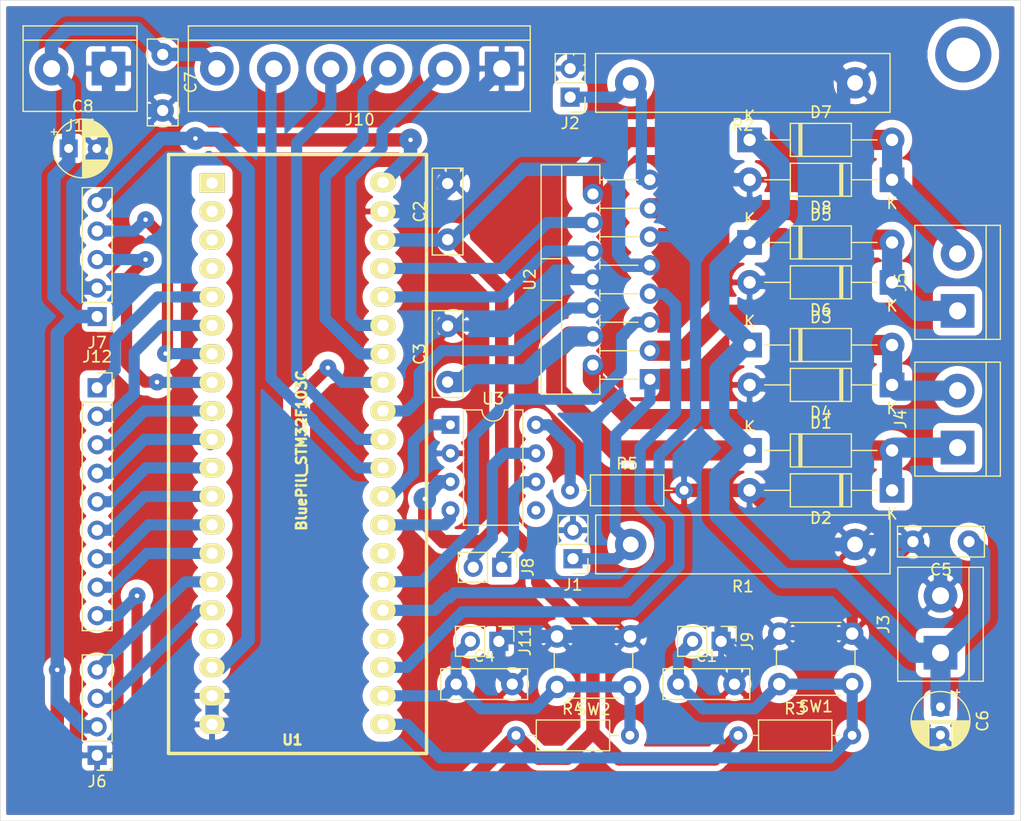
<source format=kicad_pcb>
(kicad_pcb (version 20171130) (host pcbnew 5.1.5)
  (layers (0 F.Cu signal) (31 B.Cu signal) (34 B.Paste user) (35 F.Paste user) (36 B.SilkS user) (37 F.SilkS user) (38 B.Mask user) (39 F.Mask user) (44 Edge.Cuts user))
  (net 0 "")
  (net 1 GND)
  (net 2 VCC)
  (net 3 +5V)
  (net 4 SENSE_A)
  (net 5 SENSE_B)
  (net 6 MOT2)
  (net 7 MOT1)
  (net 8 MOT4)
  (net 9 MOT3)
  (net 10 SCL)
  (net 11 SDA)
  (net 12 +3V3)
  (net 13 UARTTX)
  (net 14 UARTRX)
  (net 15 CANTX)
  (net 16 CANRX)
  (net 17 PWM1)
  (net 18 PWM2)
  (net 19 PWM3)
  (net 20 PWM4)
  (net 21 ENB)
  (net 22 ENA)
  (net 23 LS1)
  (net 24 LS2)
  (net 25 ENC1_D)
  (net 26 ENC1_Q)
  (net 27 ENC2_D)
  (net 28 ENC2_Q)
  (net 29 /PB5)
  (net 30 /PB1)
  (net 31 /PB0)
  (net 32 /PA7)
  (net 33 /PA6)
  (net 34 /PA5)
  (net 35 /PA4)
  (net 36 /PA1)
  (net 37 /PA0)
  (net 38 "Net-(R5-Pad1)")
  (net 39 /CANH)
  (net 40 /CANL)
  (module miPackage_TO_SOT_THT:TO-220-15_P2.54x2.54mm_StaggerOdd_Lead4.58mm_Vertical (layer F.Cu) (at 159.004 86.614 90)
    (fp_text reference U2 (at 8.89 -10.7 90) (layer F.SilkS))
    (fp_text value L298HN)
    (pad 15 thru_hole oval (at 17.78 0 90) (size 1.8 1.8) (drill 1) (layers *.Cu *.Mask) (net 5 SENSE_B))
    (pad 14 thru_hole oval (at 16.51 -5.08 90) (size 1.8 1.8) (drill 1) (layers *.Cu *.Mask) (net 8 MOT4))
    (pad 13 thru_hole oval (at 15.24 0 90) (size 1.8 1.8) (drill 1) (layers *.Cu *.Mask) (net 9 MOT3))
    (pad 12 thru_hole oval (at 13.97 -5.08 90) (size 1.8 1.8) (drill 1) (layers *.Cu *.Mask) (net 20 PWM4))
    (pad 11 thru_hole oval (at 12.7 0 90) (size 1.8 1.8) (drill 1) (layers *.Cu *.Mask) (net 21 ENB))
    (pad 10 thru_hole oval (at 11.43 -5.08 90) (size 1.8 1.8) (drill 1) (layers *.Cu *.Mask) (net 19 PWM3))
    (pad 9 thru_hole oval (at 10.16 0 90) (size 1.8 1.8) (drill 1) (layers *.Cu *.Mask) (net 3 +5V))
    (pad 8 thru_hole oval (at 8.89 -5.08 90) (size 1.8 1.8) (drill 1) (layers *.Cu *.Mask) (net 1 GND))
    (pad 7 thru_hole oval (at 7.62 0 90) (size 1.8 1.8) (drill 1) (layers *.Cu *.Mask) (net 18 PWM2))
    (pad 6 thru_hole oval (at 6.35 -5.08 90) (size 1.8 1.8) (drill 1) (layers *.Cu *.Mask) (net 22 ENA))
    (pad 5 thru_hole oval (at 5.08 0 90) (size 1.8 1.8) (drill 1) (layers *.Cu *.Mask) (net 17 PWM1))
    (pad 4 thru_hole oval (at 3.81 -5.08 90) (size 1.8 1.8) (drill 1) (layers *.Cu *.Mask) (net 2 VCC))
    (pad 3 thru_hole oval (at 2.54 0 90) (size 1.8 1.8) (drill 1) (layers *.Cu *.Mask) (net 6 MOT2))
    (pad 2 thru_hole oval (at 1.27 -5.08 90) (size 1.8 1.8) (drill 1) (layers *.Cu *.Mask) (net 7 MOT1))
    (pad 1 thru_hole rect (at 0 0 90) (size 1.8 1.8) (drill 1) (layers *.Cu *.Mask) (net 4 SENSE_A))
  )
  (module miTerminalBlock:TerminalBlock_bornier-6_P5.08mm (layer F.Cu) (at 145.796 58.928 180)
    (fp_text reference J10 (at 12.65 -4.55) (layer F.SilkS))
    (fp_text value ENCODERS)
    (pad 6 thru_hole circle (at 25.4 0 180) (size 3 3) (drill 1.52) (layers *.Cu *.Mask) (net 3 +5V))
    (pad 5 thru_hole circle (at 20.32 0 180) (size 3 3) (drill 1.52) (layers *.Cu *.Mask) (net 25 ENC1_D))
    (pad 4 thru_hole circle (at 15.24 0 180) (size 3 3) (drill 1.52) (layers *.Cu *.Mask) (net 26 ENC1_Q))
    (pad 1 thru_hole rect (at 0 0 180) (size 3 3) (drill 1.52) (layers *.Cu *.Mask) (net 1 GND))
    (pad 3 thru_hole circle (at 10.16 0 180) (size 3 3) (drill 1.52) (layers *.Cu *.Mask) (net 27 ENC2_D))
    (pad 2 thru_hole circle (at 5.08 0 180) (size 3 3) (drill 1.52) (layers *.Cu *.Mask) (net 28 ENC2_Q))
  )
  (module miTerminalBlock:TerminalBlock_bornier-2_P5.08mm (layer F.Cu) (at 110.744 58.928 180)
    (fp_text reference J13 (at 2.54 -5.08) (layer F.SilkS))
    (fp_text value DIGITAL_PWR)
    (pad 2 thru_hole circle (at 5.08 0 180) (size 3 3) (drill 1.52) (layers *.Cu *.Mask) (net 3 +5V))
    (pad 1 thru_hole rect (at 0 0 180) (size 3 3) (drill 1.52) (layers *.Cu *.Mask) (net 1 GND))
  )
  (module miTerminalBlock:TerminalBlock_bornier-2_P5.08mm (layer F.Cu) (at 186.436 80.518 90)
    (fp_text reference J5 (at 2.54 -5.08 90) (layer F.SilkS))
    (fp_text value MOTDC2)
    (pad 2 thru_hole circle (at 5.08 0 90) (size 3 3) (drill 1.52) (layers *.Cu *.Mask) (net 8 MOT4))
    (pad 1 thru_hole rect (at 0 0 90) (size 3 3) (drill 1.52) (layers *.Cu *.Mask) (net 9 MOT3))
  )
  (module miTerminalBlock:TerminalBlock_bornier-2_P5.08mm (layer F.Cu) (at 186.436 92.71 90)
    (fp_text reference J4 (at 2.54 -5.08 90) (layer F.SilkS))
    (fp_text value MOTDC1)
    (pad 2 thru_hole circle (at 5.08 0 90) (size 3 3) (drill 1.52) (layers *.Cu *.Mask) (net 6 MOT2))
    (pad 1 thru_hole rect (at 0 0 90) (size 3 3) (drill 1.52) (layers *.Cu *.Mask) (net 7 MOT1))
  )
  (module miTerminalBlock:TerminalBlock_bornier-2_P5.08mm (layer F.Cu) (at 184.912 110.998 90)
    (fp_text reference J3 (at 2.54 -5.08 90) (layer F.SilkS))
    (fp_text value POWER_DC)
    (pad 2 thru_hole circle (at 5.08 0 90) (size 3 3) (drill 1.52) (layers *.Cu *.Mask) (net 1 GND))
    (pad 1 thru_hole rect (at 0 0 90) (size 3 3) (drill 1.52) (layers *.Cu *.Mask) (net 2 VCC))
  )
  (module Button_Switch_THT:SW_PUSH_6mm_H7.3mm (layer F.Cu) (at 157.226 114.046 180)
    (fp_text reference SW2 (at 3.25 -2) (layer F.SilkS))
    (fp_text value LS2)
    (pad 1 thru_hole circle (at 6.5 0 270) (size 2 2) (drill 1.1) (layers *.Cu *.Mask) (net 24 LS2))
    (pad 2 thru_hole circle (at 6.5 4.5 270) (size 2 2) (drill 1.1) (layers *.Cu *.Mask) (net 1 GND))
    (pad 1 thru_hole circle (at 0 0 270) (size 2 2) (drill 1.1) (layers *.Cu *.Mask) (net 24 LS2))
    (pad 2 thru_hole circle (at 0 4.5 270) (size 2 2) (drill 1.1) (layers *.Cu *.Mask) (net 1 GND))
  )
  (module Button_Switch_THT:SW_PUSH_6mm_H7.3mm (layer F.Cu) (at 177.038 113.792 180)
    (fp_text reference SW1 (at 3.25 -2) (layer F.SilkS))
    (fp_text value LS1)
    (pad 1 thru_hole circle (at 6.5 0 270) (size 2 2) (drill 1.1) (layers *.Cu *.Mask) (net 23 LS1))
    (pad 2 thru_hole circle (at 6.5 4.5 270) (size 2 2) (drill 1.1) (layers *.Cu *.Mask) (net 1 GND))
    (pad 1 thru_hole circle (at 0 0 270) (size 2 2) (drill 1.1) (layers *.Cu *.Mask) (net 23 LS1))
    (pad 2 thru_hole circle (at 0 4.5 270) (size 2 2) (drill 1.1) (layers *.Cu *.Mask) (net 1 GND))
  )
  (module Capacitor_THT:CP_Radial_D5.0mm_P2.50mm (layer F.Cu) (at 107.188 66.04)
    (fp_text reference C8 (at 1.25 -3.75) (layer F.SilkS))
    (fp_text value 100uF)
    (pad 2 thru_hole circle (at 2.5 0) (size 1.6 1.6) (drill 0.8) (layers *.Cu *.Mask) (net 1 GND))
    (pad 1 thru_hole rect (at 0 0) (size 1.6 1.6) (drill 0.8) (layers *.Cu *.Mask) (net 3 +5V))
  )
  (module Capacitor_THT:C_Disc_D7.5mm_W2.5mm_P5.00mm (layer F.Cu) (at 115.57 57.658 270)
    (fp_text reference C7 (at 2.5 -2.5 90) (layer F.SilkS))
    (fp_text value 0.1uF)
    (pad 2 thru_hole circle (at 5 0 270) (size 2 2) (drill 1) (layers *.Cu *.Mask) (net 1 GND))
    (pad 1 thru_hole circle (at 0 0 270) (size 2 2) (drill 1) (layers *.Cu *.Mask) (net 3 +5V))
  )
  (module BluePill_breakouts:BluePill_STM32F103C (layer F.Cu) (at 119.9714 69.1694)
    (fp_text reference U1 (at 7.1628 49.6062 180) (layer F.SilkS) (effects (font (size 0.889 0.889) (thickness 0.3048))))
    (fp_text value BluePill_STM32F103C (at 7.9756 23.7998 90) (layer F.SilkS) (effects (font (size 0.889 0.889) (thickness 0.22225))))
    (pad 40 thru_hole oval (at 15.24 -0.1016 90) (size 1.7272 2.25) (drill 1.016) (layers *.Cu *.Mask F.SilkS) (net 12 +3V3))
    (pad 39 thru_hole oval (at 15.24 2.4892 90) (size 1.7272 2.25) (drill 1.016) (layers *.Cu *.Mask F.SilkS) (net 1 GND))
    (pad 38 thru_hole oval (at 15.24 5.0292 90) (size 1.7272 2.25) (drill 1.016) (layers *.Cu *.Mask F.SilkS) (net 3 +5V))
    (pad 37 thru_hole oval (at 15.24 7.5692 90) (size 1.7272 2.25) (drill 1.016) (layers *.Cu *.Mask F.SilkS) (net 20 PWM4))
    (pad 36 thru_hole oval (at 15.24 10.1092 90) (size 1.7272 2.25) (drill 1.016) (layers *.Cu *.Mask F.SilkS) (net 19 PWM3))
    (pad 35 thru_hole oval (at 15.24 12.6492 90) (size 1.7272 2.25) (drill 1.016) (layers *.Cu *.Mask F.SilkS) (net 28 ENC2_Q))
    (pad 34 thru_hole oval (at 15.24 15.1892 90) (size 1.7272 2.25) (drill 1.016) (layers *.Cu *.Mask F.SilkS) (net 27 ENC2_D))
    (pad 33 thru_hole oval (at 15.24 17.7292 90) (size 1.7272 2.25) (drill 1.016) (layers *.Cu *.Mask F.SilkS) (net 29 /PB5))
    (pad 32 thru_hole oval (at 15.24 20.2692 90) (size 1.7272 2.25) (drill 1.016) (layers *.Cu *.Mask F.SilkS) (net 22 ENA))
    (pad 31 thru_hole oval (at 15.24 22.8092 90) (size 1.7272 2.25) (drill 1.016) (layers *.Cu *.Mask F.SilkS) (net 26 ENC1_Q))
    (pad 30 thru_hole oval (at 15.24 25.3492 90) (size 1.7272 2.25) (drill 1.016) (layers *.Cu *.Mask F.SilkS) (net 25 ENC1_D))
    (pad 29 thru_hole oval (at 15.24 27.8892 90) (size 1.7272 2.25) (drill 1.016) (layers *.Cu *.Mask F.SilkS) (net 15 CANTX))
    (pad 28 thru_hole oval (at 15.24 30.4292 90) (size 1.7272 2.25) (drill 1.016) (layers *.Cu *.Mask F.SilkS) (net 16 CANRX))
    (pad 27 thru_hole oval (at 15.24 32.9692 90) (size 1.7272 2.25) (drill 1.016) (layers *.Cu *.Mask F.SilkS))
    (pad 26 thru_hole oval (at 15.24 35.5092 90) (size 1.7272 2.25) (drill 1.016) (layers *.Cu *.Mask F.SilkS) (net 17 PWM1))
    (pad 25 thru_hole oval (at 15.24 38.0492 90) (size 1.7272 2.25) (drill 1.016) (layers *.Cu *.Mask F.SilkS) (net 18 PWM2))
    (pad 24 thru_hole oval (at 15.24 40.5892 90) (size 1.7272 2.25) (drill 1.016) (layers *.Cu *.Mask F.SilkS))
    (pad 23 thru_hole oval (at 15.24 43.1292 90) (size 1.7272 2.25) (drill 1.016) (layers *.Cu *.Mask F.SilkS) (net 21 ENB))
    (pad 22 thru_hole oval (at 15.24 45.6692 90) (size 1.7272 2.25) (drill 1.016) (layers *.Cu *.Mask F.SilkS) (net 24 LS2))
    (pad 21 thru_hole oval (at 15.24 48.2092 90) (size 1.7272 2.25) (drill 1.016) (layers *.Cu *.Mask F.SilkS) (net 23 LS1))
    (pad 20 thru_hole oval (at 0 48.2092 270) (size 1.7272 2.25) (drill 1.016) (layers *.Cu *.Mask F.SilkS) (net 1 GND))
    (pad 19 thru_hole oval (at 0 45.6692 270) (size 1.7272 2.25) (drill 1.016) (layers *.Cu *.Mask F.SilkS) (net 1 GND))
    (pad 18 thru_hole oval (at 0 43.1292 270) (size 1.7272 2.25) (drill 1.016) (layers *.Cu *.Mask F.SilkS) (net 12 +3V3))
    (pad 17 thru_hole oval (at 0 40.5892 270) (size 1.7272 2.25) (drill 1.016) (layers *.Cu *.Mask F.SilkS))
    (pad 16 thru_hole oval (at 0 38.0492 270) (size 1.7272 2.25) (drill 1.016) (layers *.Cu *.Mask F.SilkS) (net 11 SDA))
    (pad 15 thru_hole oval (at 0 35.5092 270) (size 1.7272 2.25) (drill 1.016) (layers *.Cu *.Mask F.SilkS) (net 10 SCL))
    (pad 14 thru_hole oval (at 0 32.9692 270) (size 1.7272 2.25) (drill 1.016) (layers *.Cu *.Mask F.SilkS) (net 30 /PB1))
    (pad 13 thru_hole oval (at 0 30.4292 270) (size 1.7272 2.25) (drill 1.016) (layers *.Cu *.Mask F.SilkS) (net 31 /PB0))
    (pad 12 thru_hole oval (at 0 27.8892 270) (size 1.7272 2.25) (drill 1.016) (layers *.Cu *.Mask F.SilkS) (net 32 /PA7))
    (pad 11 thru_hole oval (at 0 25.3492 270) (size 1.7272 2.25) (drill 1.016) (layers *.Cu *.Mask F.SilkS) (net 33 /PA6))
    (pad 10 thru_hole oval (at 0 22.8092 270) (size 1.7272 2.25) (drill 1.016) (layers *.Cu *.Mask F.SilkS) (net 34 /PA5))
    (pad 9 thru_hole oval (at 0 20.2692 270) (size 1.7272 2.25) (drill 1.016) (layers *.Cu *.Mask F.SilkS) (net 35 /PA4))
    (pad 8 thru_hole oval (at 0 17.7292 270) (size 1.7272 2.25) (drill 1.016) (layers *.Cu *.Mask F.SilkS) (net 14 UARTRX))
    (pad 7 thru_hole oval (at 0 15.1892 270) (size 1.7272 2.25) (drill 1.016) (layers *.Cu *.Mask F.SilkS) (net 13 UARTTX))
    (pad 6 thru_hole oval (at 0 12.6492 270) (size 1.7272 2.25) (drill 1.016) (layers *.Cu *.Mask F.SilkS) (net 36 /PA1))
    (pad 5 thru_hole oval (at 0 10.1092 270) (size 1.7272 2.25) (drill 1.016) (layers *.Cu *.Mask F.SilkS) (net 37 /PA0))
    (pad 4 thru_hole oval (at 0 7.5692 270) (size 1.7272 2.25) (drill 1.016) (layers *.Cu *.Mask F.SilkS))
    (pad 3 thru_hole oval (at 0 5.0292 270) (size 1.7272 2.25) (drill 1.016) (layers *.Cu *.Mask F.SilkS))
    (pad 2 thru_hole oval (at 0 2.4892 270) (size 1.7272 2.25) (drill 1.016) (layers *.Cu *.Mask F.SilkS))
    (pad 1 thru_hole rect (at 0 -0.0508 270) (size 1.7272 2.25) (drill 1.016) (layers *.Cu *.Mask F.SilkS))
  )
  (module Package_DIP:DIP-8_W7.62mm (layer F.Cu) (at 141.224 90.678)
    (fp_text reference U3 (at 3.81 -2.33) (layer F.SilkS))
    (fp_text value MCP2551-I-P)
    (pad 8 thru_hole oval (at 7.62 0) (size 1.6 1.6) (drill 0.8) (layers *.Cu *.Mask) (net 38 "Net-(R5-Pad1)"))
    (pad 4 thru_hole oval (at 0 7.62) (size 1.6 1.6) (drill 0.8) (layers *.Cu *.Mask) (net 16 CANRX))
    (pad 7 thru_hole oval (at 7.62 2.54) (size 1.6 1.6) (drill 0.8) (layers *.Cu *.Mask) (net 39 /CANH))
    (pad 3 thru_hole oval (at 0 5.08) (size 1.6 1.6) (drill 0.8) (layers *.Cu *.Mask) (net 3 +5V))
    (pad 6 thru_hole oval (at 7.62 5.08) (size 1.6 1.6) (drill 0.8) (layers *.Cu *.Mask) (net 40 /CANL))
    (pad 2 thru_hole oval (at 0 2.54) (size 1.6 1.6) (drill 0.8) (layers *.Cu *.Mask) (net 1 GND))
    (pad 5 thru_hole oval (at 7.62 7.62) (size 1.6 1.6) (drill 0.8) (layers *.Cu *.Mask))
    (pad 1 thru_hole rect (at 0 0) (size 1.6 1.6) (drill 0.8) (layers *.Cu *.Mask) (net 15 CANTX))
  )
  (module Resistor_THT:R_Axial_DIN0207_L6.3mm_D2.5mm_P10.16mm_Horizontal (layer F.Cu) (at 151.892 96.52)
    (fp_text reference R5 (at 5.08 -2.37) (layer F.SilkS))
    (fp_text value 10k)
    (pad 2 thru_hole oval (at 10.16 0) (size 1.6 1.6) (drill 0.8) (layers *.Cu *.Mask) (net 1 GND))
    (pad 1 thru_hole circle (at 0 0) (size 1.6 1.6) (drill 0.8) (layers *.Cu *.Mask) (net 38 "Net-(R5-Pad1)"))
  )
  (module Connector_PinHeader_2.54mm:PinHeader_1x02_P2.54mm_Vertical (layer F.Cu) (at 145.796 103.378 270)
    (fp_text reference J8 (at 0 -2.33 90) (layer F.SilkS))
    (fp_text value CAN_BUS)
    (pad 2 thru_hole oval (at 0 2.54 270) (size 1.7 1.7) (drill 1) (layers *.Cu *.Mask) (net 39 /CANH))
    (pad 1 thru_hole rect (at 0 0 270) (size 1.7 1.7) (drill 1) (layers *.Cu *.Mask) (net 40 /CANL))
  )
  (module Connector_PinSocket_2.54mm:PinSocket_1x09_P2.54mm_Vertical (layer F.Cu) (at 109.728 87.376)
    (fp_text reference J12 (at 0 -2.77) (layer F.SilkS))
    (fp_text value "I/O 3V3")
    (pad 9 thru_hole oval (at 0 20.32) (size 1.7 1.7) (drill 1) (layers *.Cu *.Mask) (net 29 /PB5))
    (pad 8 thru_hole oval (at 0 17.78) (size 1.7 1.7) (drill 1) (layers *.Cu *.Mask) (net 30 /PB1))
    (pad 7 thru_hole oval (at 0 15.24) (size 1.7 1.7) (drill 1) (layers *.Cu *.Mask) (net 31 /PB0))
    (pad 6 thru_hole oval (at 0 12.7) (size 1.7 1.7) (drill 1) (layers *.Cu *.Mask) (net 32 /PA7))
    (pad 5 thru_hole oval (at 0 10.16) (size 1.7 1.7) (drill 1) (layers *.Cu *.Mask) (net 33 /PA6))
    (pad 4 thru_hole oval (at 0 7.62) (size 1.7 1.7) (drill 1) (layers *.Cu *.Mask) (net 34 /PA5))
    (pad 3 thru_hole oval (at 0 5.08) (size 1.7 1.7) (drill 1) (layers *.Cu *.Mask) (net 35 /PA4))
    (pad 2 thru_hole oval (at 0 2.54) (size 1.7 1.7) (drill 1) (layers *.Cu *.Mask) (net 36 /PA1))
    (pad 1 thru_hole rect (at 0 0) (size 1.7 1.7) (drill 1) (layers *.Cu *.Mask) (net 37 /PA0))
  )
  (module Resistor_THT:R_Box_L26.0mm_W5.0mm_P20.00mm (layer F.Cu) (at 177.292 101.346 180)
    (fp_text reference R1 (at 10 -3.75) (layer F.SilkS))
    (fp_text value R)
    (pad 2 thru_hole circle (at 20 0 180) (size 2.8 2.8) (drill 1.4) (layers *.Cu *.Mask) (net 4 SENSE_A))
    (pad 1 thru_hole circle (at 0 0 180) (size 2.8 2.8) (drill 1.4) (layers *.Cu *.Mask) (net 1 GND))
  )
  (module Capacitor_THT:C_Disc_D7.5mm_W2.5mm_P5.00mm (layer F.Cu) (at 141.732 113.792)
    (fp_text reference C4 (at 2.5 -2.5) (layer F.SilkS))
    (fp_text value 0.1uF)
    (pad 2 thru_hole circle (at 5 0) (size 2 2) (drill 1) (layers *.Cu *.Mask) (net 1 GND))
    (pad 1 thru_hole circle (at 0 0) (size 2 2) (drill 1) (layers *.Cu *.Mask) (net 24 LS2))
  )
  (module Resistor_THT:R_Axial_DIN0207_L6.3mm_D2.5mm_P10.16mm_Horizontal (layer F.Cu) (at 147.066 118.364)
    (fp_text reference R4 (at 5.08 -2.37) (layer F.SilkS))
    (fp_text value 10k)
    (pad 2 thru_hole oval (at 10.16 0) (size 1.6 1.6) (drill 0.8) (layers *.Cu *.Mask) (net 24 LS2))
    (pad 1 thru_hole circle (at 0 0) (size 1.6 1.6) (drill 0.8) (layers *.Cu *.Mask) (net 3 +5V))
  )
  (module Resistor_THT:R_Axial_DIN0207_L6.3mm_D2.5mm_P10.16mm_Horizontal (layer F.Cu) (at 166.878 118.364)
    (fp_text reference R3 (at 5.08 -2.37) (layer F.SilkS))
    (fp_text value 10k)
    (pad 2 thru_hole oval (at 10.16 0) (size 1.6 1.6) (drill 0.8) (layers *.Cu *.Mask) (net 23 LS1))
    (pad 1 thru_hole circle (at 0 0) (size 1.6 1.6) (drill 0.8) (layers *.Cu *.Mask) (net 3 +5V))
  )
  (module Resistor_THT:R_Box_L26.0mm_W5.0mm_P20.00mm (layer F.Cu) (at 177.292 60.198 180)
    (fp_text reference R2 (at 10 -3.75) (layer F.SilkS))
    (fp_text value R)
    (pad 2 thru_hole circle (at 20 0 180) (size 2.8 2.8) (drill 1.4) (layers *.Cu *.Mask) (net 5 SENSE_B))
    (pad 1 thru_hole circle (at 0 0 180) (size 2.8 2.8) (drill 1.4) (layers *.Cu *.Mask) (net 1 GND))
  )
  (module Connector_PinHeader_2.54mm:PinHeader_1x02_P2.54mm_Vertical (layer F.Cu) (at 145.542 109.982 270)
    (fp_text reference J11 (at 0 -2.33 90) (layer F.SilkS))
    (fp_text value LS2)
    (pad 2 thru_hole oval (at 0 2.54 270) (size 1.7 1.7) (drill 1) (layers *.Cu *.Mask) (net 24 LS2))
    (pad 1 thru_hole rect (at 0 0 270) (size 1.7 1.7) (drill 1) (layers *.Cu *.Mask) (net 1 GND))
  )
  (module Connector_PinHeader_2.54mm:PinHeader_1x02_P2.54mm_Vertical (layer F.Cu) (at 165.354 109.982 270)
    (fp_text reference J9 (at 0 -2.33 90) (layer F.SilkS))
    (fp_text value LS1)
    (pad 2 thru_hole oval (at 0 2.54 270) (size 1.7 1.7) (drill 1) (layers *.Cu *.Mask) (net 23 LS1))
    (pad 1 thru_hole rect (at 0 0 270) (size 1.7 1.7) (drill 1) (layers *.Cu *.Mask) (net 1 GND))
  )
  (module Connector_PinHeader_2.54mm:PinHeader_1x05_P2.54mm_Vertical (layer F.Cu) (at 109.728 81.026 180)
    (fp_text reference J7 (at 0 -2.33) (layer F.SilkS))
    (fp_text value UART)
    (pad 5 thru_hole oval (at 0 10.16 180) (size 1.7 1.7) (drill 1) (layers *.Cu *.Mask) (net 12 +3V3))
    (pad 4 thru_hole oval (at 0 7.62 180) (size 1.7 1.7) (drill 1) (layers *.Cu *.Mask) (net 13 UARTTX))
    (pad 3 thru_hole oval (at 0 5.08 180) (size 1.7 1.7) (drill 1) (layers *.Cu *.Mask) (net 14 UARTRX))
    (pad 2 thru_hole oval (at 0 2.54 180) (size 1.7 1.7) (drill 1) (layers *.Cu *.Mask) (net 1 GND))
    (pad 1 thru_hole rect (at 0 0 180) (size 1.7 1.7) (drill 1) (layers *.Cu *.Mask) (net 3 +5V))
  )
  (module Connector_PinHeader_2.54mm:PinHeader_1x04_P2.54mm_Vertical (layer F.Cu) (at 109.728 120.142 180)
    (fp_text reference J6 (at 0 -2.33) (layer F.SilkS))
    (fp_text value I2C)
    (pad 4 thru_hole oval (at 0 7.62 180) (size 1.7 1.7) (drill 1) (layers *.Cu *.Mask) (net 10 SCL))
    (pad 3 thru_hole oval (at 0 5.08 180) (size 1.7 1.7) (drill 1) (layers *.Cu *.Mask) (net 11 SDA))
    (pad 2 thru_hole oval (at 0 2.54 180) (size 1.7 1.7) (drill 1) (layers *.Cu *.Mask) (net 3 +5V))
    (pad 1 thru_hole rect (at 0 0 180) (size 1.7 1.7) (drill 1) (layers *.Cu *.Mask) (net 1 GND))
  )
  (module Connector_PinHeader_2.54mm:PinHeader_1x02_P2.54mm_Vertical (layer F.Cu) (at 151.892 61.468 180)
    (fp_text reference J2 (at 0 -2.33) (layer F.SilkS))
    (fp_text value SENSE_B)
    (pad 2 thru_hole oval (at 0 2.54 180) (size 1.7 1.7) (drill 1) (layers *.Cu *.Mask) (net 1 GND))
    (pad 1 thru_hole rect (at 0 0 180) (size 1.7 1.7) (drill 1) (layers *.Cu *.Mask) (net 5 SENSE_B))
  )
  (module Connector_PinHeader_2.54mm:PinHeader_1x02_P2.54mm_Vertical (layer F.Cu) (at 152.146 102.616 180)
    (fp_text reference J1 (at 0 -2.33) (layer F.SilkS))
    (fp_text value SENSE_A)
    (pad 2 thru_hole oval (at 0 2.54 180) (size 1.7 1.7) (drill 1) (layers *.Cu *.Mask) (net 1 GND))
    (pad 1 thru_hole rect (at 0 0 180) (size 1.7 1.7) (drill 1) (layers *.Cu *.Mask) (net 4 SENSE_A))
  )
  (module Diode_THT:D_DO-41_SOD81_P12.70mm_Horizontal (layer F.Cu) (at 180.594 68.834 180)
    (fp_text reference D8 (at 6.35 -2.47) (layer F.SilkS))
    (fp_text value D_Schottky)
    (fp_text user K (at 0 -2.1) (layer F.SilkS))
    (pad 1 thru_hole rect (at 0 0 180) (size 2.2 2.2) (drill 1.1) (layers *.Cu *.Mask) (net 8 MOT4))
    (pad 2 thru_hole oval (at 12.7 0 180) (size 2.2 2.2) (drill 1.1) (layers *.Cu *.Mask) (net 1 GND))
  )
  (module Diode_THT:D_DO-41_SOD81_P12.70mm_Horizontal (layer F.Cu) (at 167.894 65.278)
    (fp_text reference D7 (at 6.35 -2.47) (layer F.SilkS))
    (fp_text value D_Schottky)
    (fp_text user K (at 0 -2.1) (layer F.SilkS))
    (pad 1 thru_hole rect (at 0 0) (size 2.2 2.2) (drill 1.1) (layers *.Cu *.Mask) (net 2 VCC))
    (pad 2 thru_hole oval (at 12.7 0) (size 2.2 2.2) (drill 1.1) (layers *.Cu *.Mask) (net 8 MOT4))
  )
  (module Diode_THT:D_DO-41_SOD81_P12.70mm_Horizontal (layer F.Cu) (at 180.594 77.978 180)
    (fp_text reference D6 (at 6.35 -2.47) (layer F.SilkS))
    (fp_text value D_Schottky)
    (fp_text user K (at 0 -2.1) (layer F.SilkS))
    (pad 1 thru_hole rect (at 0 0 180) (size 2.2 2.2) (drill 1.1) (layers *.Cu *.Mask) (net 9 MOT3))
    (pad 2 thru_hole oval (at 12.7 0 180) (size 2.2 2.2) (drill 1.1) (layers *.Cu *.Mask) (net 1 GND))
  )
  (module Diode_THT:D_DO-41_SOD81_P12.70mm_Horizontal (layer F.Cu) (at 167.894 74.422)
    (fp_text reference D5 (at 6.35 -2.47) (layer F.SilkS))
    (fp_text value D_Schottky)
    (fp_text user K (at 0 -2.1) (layer F.SilkS))
    (pad 1 thru_hole rect (at 0 0) (size 2.2 2.2) (drill 1.1) (layers *.Cu *.Mask) (net 2 VCC))
    (pad 2 thru_hole oval (at 12.7 0) (size 2.2 2.2) (drill 1.1) (layers *.Cu *.Mask) (net 9 MOT3))
  )
  (module Diode_THT:D_DO-41_SOD81_P12.70mm_Horizontal (layer F.Cu) (at 180.594 87.122 180)
    (fp_text reference D4 (at 6.35 -2.47) (layer F.SilkS))
    (fp_text value D_Schottky)
    (fp_text user K (at 0 -2.1) (layer F.SilkS))
    (pad 1 thru_hole rect (at 0 0 180) (size 2.2 2.2) (drill 1.1) (layers *.Cu *.Mask) (net 6 MOT2))
    (pad 2 thru_hole oval (at 12.7 0 180) (size 2.2 2.2) (drill 1.1) (layers *.Cu *.Mask) (net 1 GND))
  )
  (module Diode_THT:D_DO-41_SOD81_P12.70mm_Horizontal (layer F.Cu) (at 167.894 83.566)
    (fp_text reference D3 (at 6.35 -2.47) (layer F.SilkS))
    (fp_text value D_Schottky)
    (fp_text user K (at 0 -2.1) (layer F.SilkS))
    (pad 1 thru_hole rect (at 0 0) (size 2.2 2.2) (drill 1.1) (layers *.Cu *.Mask) (net 2 VCC))
    (pad 2 thru_hole oval (at 12.7 0) (size 2.2 2.2) (drill 1.1) (layers *.Cu *.Mask) (net 6 MOT2))
  )
  (module Diode_THT:D_DO-41_SOD81_P12.70mm_Horizontal (layer F.Cu) (at 180.594 96.52 180)
    (fp_text reference D2 (at 6.35 -2.47) (layer F.SilkS))
    (fp_text value D_Schottky)
    (fp_text user K (at 0 -2.1) (layer F.SilkS))
    (pad 1 thru_hole rect (at 0 0 180) (size 2.2 2.2) (drill 1.1) (layers *.Cu *.Mask) (net 7 MOT1))
    (pad 2 thru_hole oval (at 12.7 0 180) (size 2.2 2.2) (drill 1.1) (layers *.Cu *.Mask) (net 1 GND))
  )
  (module Diode_THT:D_DO-41_SOD81_P12.70mm_Horizontal (layer F.Cu) (at 167.894 92.964)
    (fp_text reference D1 (at 6.35 -2.47) (layer F.SilkS))
    (fp_text value D_Schottky)
    (fp_text user K (at 0 -2.1) (layer F.SilkS))
    (pad 1 thru_hole rect (at 0 0) (size 2.2 2.2) (drill 1.1) (layers *.Cu *.Mask) (net 2 VCC))
    (pad 2 thru_hole oval (at 12.7 0) (size 2.2 2.2) (drill 1.1) (layers *.Cu *.Mask) (net 7 MOT1))
  )
  (module Capacitor_THT:CP_Radial_D5.0mm_P2.50mm (layer F.Cu) (at 184.912 115.824 270)
    (fp_text reference C6 (at 1.25 -3.75 90) (layer F.SilkS))
    (fp_text value 470uF)
    (pad 2 thru_hole circle (at 2.5 0 270) (size 1.6 1.6) (drill 0.8) (layers *.Cu *.Mask) (net 1 GND))
    (pad 1 thru_hole rect (at 0 0 270) (size 1.6 1.6) (drill 0.8) (layers *.Cu *.Mask) (net 2 VCC))
  )
  (module Capacitor_THT:C_Disc_D7.5mm_W2.5mm_P5.00mm (layer F.Cu) (at 187.452 101.092 180)
    (fp_text reference C5 (at 2.5 -2.5) (layer F.SilkS))
    (fp_text value 0.1uF)
    (pad 2 thru_hole circle (at 5 0 180) (size 2 2) (drill 1) (layers *.Cu *.Mask) (net 1 GND))
    (pad 1 thru_hole circle (at 0 0 180) (size 2 2) (drill 1) (layers *.Cu *.Mask) (net 2 VCC))
  )
  (module Capacitor_THT:C_Disc_D7.5mm_W2.5mm_P5.00mm (layer F.Cu) (at 140.97 86.868 90)
    (fp_text reference C3 (at 2.5 -2.5 90) (layer F.SilkS))
    (fp_text value 100nF)
    (pad 2 thru_hole circle (at 5 0 90) (size 2 2) (drill 1) (layers *.Cu *.Mask) (net 1 GND))
    (pad 1 thru_hole circle (at 0 0 90) (size 2 2) (drill 1) (layers *.Cu *.Mask) (net 2 VCC))
  )
  (module Capacitor_THT:C_Disc_D7.5mm_W2.5mm_P5.00mm (layer F.Cu) (at 140.97 74.168 90)
    (fp_text reference C2 (at 2.5 -2.5 90) (layer F.SilkS))
    (fp_text value 100nF)
    (pad 2 thru_hole circle (at 5 0 90) (size 2 2) (drill 1) (layers *.Cu *.Mask) (net 1 GND))
    (pad 1 thru_hole circle (at 0 0 90) (size 2 2) (drill 1) (layers *.Cu *.Mask) (net 3 +5V))
  )
  (module Capacitor_THT:C_Disc_D7.5mm_W2.5mm_P5.00mm (layer F.Cu) (at 161.544 113.792)
    (fp_text reference C1 (at 2.5 -2.5) (layer F.SilkS))
    (fp_text value 0.1uF)
    (pad 2 thru_hole circle (at 5 0) (size 2 2) (drill 1) (layers *.Cu *.Mask) (net 1 GND))
    (pad 1 thru_hole circle (at 0 0) (size 2 2) (drill 1) (layers *.Cu *.Mask) (net 23 LS1))
  )
  (gr_text v1.0 (at 187.706 65.786 90) (layer F.Cu) (effects (font (size 1.5 1.5) (thickness 0.3))))
  (gr_line (start 192.024 52.832) (end 101.092 52.832) (layer Edge.Cuts) (width 0.05))
  (gr_line (start 192.024 125.984) (end 192.024 52.832) (layer Edge.Cuts) (width 0.05))
  (gr_line (start 101.092 125.984) (end 192.024 125.984) (layer Edge.Cuts) (width 0.05))
  (gr_line (start 101.092 52.832) (end 101.092 125.984) (layer Edge.Cuts) (width 0.05))
  (via (at 186.944 57.658) (size 5) (drill 3) (layers F.Cu B.Cu) (net 0))
  (segment (start 182.198 101.346) (end 182.452 101.092) (width 1) (layer B.Cu) (net 1))
  (segment (start 177.038 106.506) (end 177.038 109.292) (width 1) (layer F.Cu) (net 1))
  (segment (start 182.452 101.092) (end 177.038 106.506) (width 1) (layer F.Cu) (net 1))
  (segment (start 163.442002 61.347998) (end 163.322 61.347998) (width 1) (layer B.Cu) (net 1))
  (segment (start 151.889208 77.724) (end 150.368 76.202792) (width 1) (layer F.Cu) (net 1))
  (segment (start 153.162 77.724) (end 151.889208 77.724) (width 1) (layer F.Cu) (net 1))
  (segment (start 174.876001 58.544001) (end 176.276 59.944) (width 1) (layer F.Cu) (net 1))
  (segment (start 174.42999 58.09799) (end 174.876001 58.544001) (width 1) (layer F.Cu) (net 1))
  (segment (start 159.150148 62.92399) (end 163.976148 58.09799) (width 1) (layer F.Cu) (net 1))
  (segment (start 163.976148 58.09799) (end 174.42999 58.09799) (width 1) (layer F.Cu) (net 1))
  (segment (start 156.099356 62.92399) (end 159.150148 62.92399) (width 1) (layer F.Cu) (net 1))
  (segment (start 150.368 68.655346) (end 156.099356 62.92399) (width 1) (layer F.Cu) (net 1))
  (segment (start 150.368 76.202792) (end 150.368 68.655346) (width 1) (layer F.Cu) (net 1))
  (segment (start 149.724176 77.724) (end 151.889208 77.724) (width 1) (layer B.Cu) (net 1))
  (segment (start 151.889208 77.724) (end 153.162 77.724) (width 1) (layer B.Cu) (net 1))
  (segment (start 145.580176 81.868) (end 149.724176 77.724) (width 1) (layer B.Cu) (net 1))
  (segment (start 141.732 81.868) (end 145.580176 81.868) (width 1) (layer B.Cu) (net 1))
  (segment (start 119.9408 117.348) (end 119.9714 117.3786) (width 1.2) (layer B.Cu) (net 1))
  (segment (start 119.9714 117.3786) (end 119.9714 114.8386) (width 1.2) (layer B.Cu) (net 1))
  (segment (start 183.78063 118.324) (end 181.61 116.15337) (width 1.2) (layer B.Cu) (net 1))
  (segment (start 184.912 118.324) (end 183.78063 118.324) (width 1.2) (layer B.Cu) (net 1))
  (segment (start 181.61 113.864) (end 177.038 109.292) (width 1.2) (layer B.Cu) (net 1))
  (segment (start 181.61 116.15337) (end 181.61 113.864) (width 1.2) (layer B.Cu) (net 1))
  (segment (start 177.038 109.292) (end 170.538 109.292) (width 1.2) (layer B.Cu) (net 1))
  (segment (start 166.544 113.792) (end 166.544 113.286) (width 1.2) (layer B.Cu) (net 1))
  (segment (start 166.544 111.172) (end 165.354 109.982) (width 1.2) (layer B.Cu) (net 1))
  (segment (start 166.544 113.792) (end 166.544 111.172) (width 1.2) (layer B.Cu) (net 1))
  (segment (start 168.658 111.172) (end 170.538 109.292) (width 1.2) (layer B.Cu) (net 1))
  (segment (start 166.544 111.172) (end 168.658 111.172) (width 1.2) (layer B.Cu) (net 1))
  (segment (start 165.354 109.982) (end 165.1 109.982) (width 1.2) (layer B.Cu) (net 1))
  (segment (start 157.226 109.546) (end 150.726 109.546) (width 1.2) (layer B.Cu) (net 1))
  (segment (start 145.978 109.546) (end 145.542 109.982) (width 1.2) (layer B.Cu) (net 1))
  (segment (start 150.726 109.546) (end 145.978 109.546) (width 1.2) (layer B.Cu) (net 1))
  (segment (start 146.732 113.792) (end 145.542 112.602) (width 1.2) (layer B.Cu) (net 1))
  (segment (start 145.542 112.602) (end 145.542 109.982) (width 1.2) (layer B.Cu) (net 1))
  (segment (start 184.912 103.552) (end 182.452 101.092) (width 1.2) (layer B.Cu) (net 1))
  (segment (start 184.912 105.918) (end 184.912 103.552) (width 1.2) (layer B.Cu) (net 1))
  (segment (start 176.53 101.092) (end 176.276 101.346) (width 1.2) (layer B.Cu) (net 1))
  (segment (start 182.452 101.092) (end 176.53 101.092) (width 1.2) (layer B.Cu) (net 1))
  (segment (start 169.449634 87.122) (end 167.894 87.122) (width 1.2) (layer B.Cu) (net 1))
  (segment (start 170.294001 78.822367) (end 170.294001 86.277633) (width 1.2) (layer B.Cu) (net 1))
  (segment (start 169.449634 77.978) (end 170.294001 78.822367) (width 1.2) (layer B.Cu) (net 1))
  (segment (start 170.294001 86.277633) (end 169.449634 87.122) (width 1.2) (layer B.Cu) (net 1))
  (segment (start 138.9874 71.6586) (end 141.478 69.168) (width 1.2) (layer B.Cu) (net 1))
  (segment (start 135.2114 71.6586) (end 138.9874 71.6586) (width 1.2) (layer B.Cu) (net 1))
  (segment (start 163.322 65.817634) (end 163.322 61.722) (width 1.2) (layer B.Cu) (net 1))
  (segment (start 167.894 68.834) (end 166.338366 68.834) (width 1.2) (layer B.Cu) (net 1))
  (segment (start 159.218001 57.243999) (end 163.322 61.722) (width 1.2) (layer B.Cu) (net 1))
  (segment (start 166.338366 68.834) (end 163.322 65.817634) (width 1.2) (layer B.Cu) (net 1))
  (segment (start 163.322 61.722) (end 163.322 61.347998) (width 1.2) (layer B.Cu) (net 1))
  (segment (start 163.322 61.722) (end 167.64 57.404) (width 1.2) (layer B.Cu) (net 1))
  (segment (start 167.64 57.404) (end 173.736 57.404) (width 1.2) (layer B.Cu) (net 1))
  (segment (start 173.736 57.404) (end 176.276 59.944) (width 1.2) (layer B.Cu) (net 1))
  (segment (start 176.276 61.923898) (end 176.276 59.944) (width 1.2) (layer B.Cu) (net 1))
  (segment (start 176.276 71.151634) (end 176.276 61.923898) (width 1.2) (layer B.Cu) (net 1))
  (segment (start 169.449634 77.978) (end 176.276 71.151634) (width 1.2) (layer B.Cu) (net 1))
  (segment (start 167.894 77.978) (end 169.449634 77.978) (width 1.2) (layer B.Cu) (net 1))
  (segment (start 184.112001 119.123999) (end 184.912 118.324) (width 1.2) (layer B.Cu) (net 1))
  (segment (start 127.08181 122.16401) (end 181.07199 122.16401) (width 1.2) (layer B.Cu) (net 1))
  (segment (start 122.2964 117.3786) (end 127.08181 122.16401) (width 1.2) (layer B.Cu) (net 1))
  (segment (start 181.07199 122.16401) (end 184.112001 119.123999) (width 1.2) (layer B.Cu) (net 1))
  (segment (start 119.9714 117.3786) (end 122.2964 117.3786) (width 1.2) (layer B.Cu) (net 1))
  (segment (start 169.449634 96.52) (end 170.688 95.281634) (width 1.2) (layer B.Cu) (net 1))
  (segment (start 167.894 96.52) (end 169.449634 96.52) (width 1.2) (layer B.Cu) (net 1))
  (segment (start 170.688 88.360366) (end 169.449634 87.122) (width 1.2) (layer B.Cu) (net 1))
  (segment (start 170.688 95.281634) (end 170.688 88.360366) (width 1.2) (layer B.Cu) (net 1))
  (segment (start 169.470102 96.52) (end 169.449634 96.52) (width 1.2) (layer B.Cu) (net 1))
  (segment (start 174.296102 101.346) (end 169.470102 96.52) (width 1.2) (layer B.Cu) (net 1))
  (segment (start 176.276 101.346) (end 174.296102 101.346) (width 1.2) (layer B.Cu) (net 1))
  (segment (start 157.299991 109.146009) (end 158.289768 109.146008) (width 1.2) (layer B.Cu) (net 1))
  (segment (start 157.226 109.546) (end 157.226 109.22) (width 1.2) (layer B.Cu) (net 1))
  (segment (start 157.226 109.22) (end 157.299991 109.146009) (width 1.2) (layer B.Cu) (net 1))
  (segment (start 158.289768 109.146008) (end 160.501776 106.934) (width 1.2) (layer B.Cu) (net 1))
  (segment (start 165.354 107.932) (end 165.354 109.982) (width 1.2) (layer B.Cu) (net 1))
  (segment (start 164.356 106.934) (end 165.354 107.932) (width 1.2) (layer B.Cu) (net 1))
  (segment (start 160.501776 106.934) (end 164.356 106.934) (width 1.2) (layer B.Cu) (net 1))
  (segment (start 167.894 96.52) (end 162.814 96.52) (width 1.2) (layer F.Cu) (net 1))
  (segment (start 167.894 96.52) (end 172.72 101.346) (width 1.2) (layer F.Cu) (net 1))
  (segment (start 172.72 101.346) (end 177.292 101.346) (width 1.2) (layer F.Cu) (net 1))
  (segment (start 153.576001 57.243999) (end 151.892 58.928) (width 1.2) (layer B.Cu) (net 1))
  (segment (start 159.218001 57.243999) (end 153.576001 57.243999) (width 1.2) (layer B.Cu) (net 1))
  (segment (start 141.478 63.246) (end 145.796 58.928) (width 1.2) (layer B.Cu) (net 1))
  (segment (start 141.478 69.168) (end 141.478 63.246) (width 1.2) (layer B.Cu) (net 1))
  (segment (start 113.07 62.658) (end 115.57 62.658) (width 1.2) (layer B.Cu) (net 1))
  (segment (start 109.688 66.04) (end 113.07 62.658) (width 1.2) (layer B.Cu) (net 1))
  (segment (start 110.744 61.628) (end 110.744 58.928) (width 1.2) (layer B.Cu) (net 1))
  (segment (start 111.774 62.658) (end 110.744 61.628) (width 1.2) (layer B.Cu) (net 1))
  (segment (start 113.07 62.658) (end 111.774 62.658) (width 1.2) (layer B.Cu) (net 1))
  (segment (start 107.577999 69.281371) (end 109.688 67.17137) (width 1.2) (layer B.Cu) (net 1))
  (segment (start 107.577999 77.53808) (end 107.577999 69.281371) (width 1.2) (layer B.Cu) (net 1))
  (segment (start 108.525919 78.486) (end 107.577999 77.53808) (width 1.2) (layer B.Cu) (net 1))
  (segment (start 109.688 67.17137) (end 109.688 66.04) (width 1.2) (layer B.Cu) (net 1))
  (segment (start 109.728 78.486) (end 108.525919 78.486) (width 1.2) (layer B.Cu) (net 1))
  (segment (start 151.889208 82.804) (end 150.66199 84.031218) (width 1.8) (layer F.Cu) (net 2))
  (segment (start 150.66199 84.031218) (end 150.661991 87.652331) (width 1.8) (layer F.Cu) (net 2))
  (segment (start 153.162 82.804) (end 151.889208 82.804) (width 1.8) (layer F.Cu) (net 2))
  (segment (start 152.151129 82.804) (end 153.162 82.804) (width 1.8) (layer B.Cu) (net 2))
  (segment (start 167.453998 83.566) (end 167.894 83.566) (width 1.8) (layer B.Cu) (net 2))
  (segment (start 165.193999 85.825999) (end 167.453998 83.566) (width 1.8) (layer B.Cu) (net 2))
  (segment (start 167.453998 74.422) (end 167.894 74.422) (width 1.8) (layer B.Cu) (net 2))
  (segment (start 165.193999 76.681999) (end 167.453998 74.422) (width 1.8) (layer B.Cu) (net 2))
  (segment (start 165.193999 80.865999) (end 165.193999 76.681999) (width 1.8) (layer B.Cu) (net 2))
  (segment (start 167.894 83.566) (end 165.193999 80.865999) (width 1.8) (layer B.Cu) (net 2))
  (segment (start 184.912 110.998) (end 185.166 110.998) (width 1.8) (layer B.Cu) (net 2))
  (segment (start 188.451999 102.091999) (end 187.452 101.092) (width 1.8) (layer B.Cu) (net 2))
  (segment (start 188.451999 107.712001) (end 188.451999 102.091999) (width 1.8) (layer B.Cu) (net 2))
  (segment (start 185.166 110.998) (end 188.451999 107.712001) (width 1.8) (layer B.Cu) (net 2))
  (segment (start 184.912 110.998) (end 184.912 115.824) (width 1.8) (layer B.Cu) (net 2))
  (segment (start 168.334002 65.278) (end 167.894 65.278) (width 1.8) (layer B.Cu) (net 2))
  (segment (start 170.594001 67.537999) (end 168.334002 65.278) (width 1.8) (layer B.Cu) (net 2))
  (segment (start 170.594001 71.721999) (end 170.594001 67.537999) (width 1.8) (layer B.Cu) (net 2))
  (segment (start 167.894 74.422) (end 170.594001 71.721999) (width 1.8) (layer B.Cu) (net 2))
  (segment (start 155.97366 92.964) (end 150.661991 87.652331) (width 1.8) (layer F.Cu) (net 2))
  (segment (start 167.894 92.964) (end 155.97366 92.964) (width 1.8) (layer F.Cu) (net 2))
  (segment (start 165.193999 90.263999) (end 167.894 92.964) (width 1.8) (layer B.Cu) (net 2))
  (segment (start 165.193999 85.825999) (end 165.193999 90.263999) (width 1.8) (layer B.Cu) (net 2))
  (segment (start 184.912 110.998) (end 182.626 110.998) (width 1.8) (layer B.Cu) (net 2))
  (segment (start 182.626 110.998) (end 175.974001 104.346001) (width 1.8) (layer B.Cu) (net 2))
  (segment (start 175.974001 104.346001) (end 170.894001 104.346001) (width 1.8) (layer B.Cu) (net 2))
  (segment (start 170.894001 104.346001) (end 165.193999 98.645999) (width 1.8) (layer B.Cu) (net 2))
  (segment (start 149.293392 84.894608) (end 151.903686 82.897209) (width 1.8) (layer B.Cu) (net 2))
  (segment (start 148.019989 86.168011) (end 149.293392 84.894608) (width 1.8) (layer B.Cu) (net 2))
  (segment (start 167.453998 92.964) (end 167.894 92.964) (width 1.8) (layer B.Cu) (net 2))
  (segment (start 165.193999 95.223999) (end 167.453998 92.964) (width 1.8) (layer B.Cu) (net 2))
  (segment (start 165.193999 98.645999) (end 165.193999 95.223999) (width 1.8) (layer B.Cu) (net 2))
  (segment (start 142.384213 86.868) (end 140.97 86.868) (width 1.8) (layer B.Cu) (net 2))
  (segment (start 143.084202 86.168011) (end 142.384213 86.868) (width 1.8) (layer B.Cu) (net 2))
  (segment (start 148.019989 86.168011) (end 143.084202 86.168011) (width 1.8) (layer B.Cu) (net 2))
  (via (at 106.172 112.522) (size 1.5) (drill 0.4) (layers F.Cu B.Cu) (net 3))
  (segment (start 141.4474 74.1986) (end 141.478 74.168) (width 1.2) (layer B.Cu) (net 3))
  (segment (start 135.2114 74.1986) (end 141.4474 74.1986) (width 1.2) (layer B.Cu) (net 3))
  (segment (start 141.478 74.168) (end 147.742001 67.903999) (width 1.2) (layer B.Cu) (net 3))
  (segment (start 156.969208 76.454) (end 158.242 76.454) (width 1.2) (layer B.Cu) (net 3))
  (segment (start 153.924 118.022002) (end 153.924 118.364) (width 1) (layer F.Cu) (net 3))
  (segment (start 153.924 118.022002) (end 153.924 118.11) (width 1.2) (layer F.Cu) (net 3))
  (segment (start 153.924 118.11) (end 151.638 120.396) (width 1.2) (layer F.Cu) (net 3))
  (segment (start 149.098 120.396) (end 147.066 118.364) (width 1.2) (layer F.Cu) (net 3))
  (segment (start 151.638 120.396) (end 149.098 120.396) (width 1.2) (layer F.Cu) (net 3))
  (segment (start 166.078001 119.163999) (end 166.878 118.364) (width 1.2) (layer F.Cu) (net 3))
  (segment (start 164.777999 120.464001) (end 166.078001 119.163999) (width 1.2) (layer F.Cu) (net 3))
  (segment (start 156.278001 120.464001) (end 164.777999 120.464001) (width 1.2) (layer F.Cu) (net 3))
  (segment (start 153.924 118.11) (end 156.278001 120.464001) (width 1.2) (layer F.Cu) (net 3))
  (segment (start 145.796 78.486) (end 141.478 74.168) (width 1.2) (layer F.Cu) (net 3))
  (segment (start 145.796 99.314) (end 145.796 78.486) (width 1.2) (layer F.Cu) (net 3))
  (segment (start 149.017001 102.535001) (end 145.796 99.314) (width 1.2) (layer F.Cu) (net 3))
  (segment (start 153.924 109.635998) (end 149.017001 104.728999) (width 1.2) (layer F.Cu) (net 3))
  (segment (start 149.017001 104.728999) (end 149.017001 102.535001) (width 1.2) (layer F.Cu) (net 3))
  (segment (start 153.924 118.022002) (end 153.924 109.635998) (width 1.2) (layer F.Cu) (net 3))
  (segment (start 140.571787 101.092) (end 144.018 101.092) (width 1.2) (layer F.Cu) (net 3))
  (segment (start 138.938 97.282) (end 140.208 95.758) (width 1.2) (layer B.Cu) (net 3))
  (segment (start 140.208 95.758) (end 141.224 95.758) (width 1.2) (layer B.Cu) (net 3))
  (segment (start 144.018 101.092) (end 145.796 99.314) (width 1.2) (layer F.Cu) (net 3))
  (via (at 138.938 97.282) (size 2) (drill 0.4) (layers F.Cu B.Cu) (net 3))
  (segment (start 106.172 119.38) (end 106.172 112.522) (width 1.2) (layer F.Cu) (net 3))
  (segment (start 106.172 120.266002) (end 106.172 119.38) (width 1.2) (layer F.Cu) (net 3))
  (segment (start 142.47199 122.95801) (end 108.864008 122.95801) (width 1.2) (layer F.Cu) (net 3))
  (segment (start 108.864008 122.95801) (end 106.172 120.266002) (width 1.2) (layer F.Cu) (net 3))
  (segment (start 147.066 118.364) (end 142.47199 122.95801) (width 1.2) (layer F.Cu) (net 3))
  (segment (start 106.172 113.58266) (end 106.172 112.522) (width 1.2) (layer B.Cu) (net 3))
  (segment (start 106.172 115.248081) (end 106.172 113.58266) (width 1.2) (layer B.Cu) (net 3))
  (segment (start 108.525919 117.602) (end 106.172 115.248081) (width 1.2) (layer B.Cu) (net 3))
  (segment (start 109.728 117.602) (end 108.525919 117.602) (width 1.2) (layer B.Cu) (net 3))
  (segment (start 105.664 56.80668) (end 107.09868 55.372) (width 1.2) (layer B.Cu) (net 3))
  (segment (start 105.664 58.928) (end 105.664 56.80668) (width 1.2) (layer B.Cu) (net 3))
  (segment (start 113.284 55.372) (end 115.57 57.658) (width 1.2) (layer B.Cu) (net 3))
  (segment (start 107.09868 55.372) (end 113.284 55.372) (width 1.2) (layer B.Cu) (net 3))
  (segment (start 119.126 57.658) (end 120.396 58.928) (width 1.2) (layer B.Cu) (net 3))
  (segment (start 115.57 57.658) (end 119.126 57.658) (width 1.2) (layer B.Cu) (net 3))
  (segment (start 107.188 60.452) (end 105.664 58.928) (width 1.2) (layer B.Cu) (net 3))
  (segment (start 107.188 66.04) (end 107.188 60.452) (width 1.2) (layer B.Cu) (net 3))
  (segment (start 106.172 82.532) (end 107.678 81.026) (width 1.2) (layer B.Cu) (net 3))
  (segment (start 106.172 112.522) (end 106.172 82.532) (width 1.2) (layer B.Cu) (net 3))
  (segment (start 109.728 81.026) (end 107.678 81.026) (width 1.2) (layer B.Cu) (net 3))
  (segment (start 105.877989 68.577205) (end 107.188 67.267194) (width 1.2) (layer B.Cu) (net 3))
  (segment (start 107.188 67.267194) (end 107.188 66.04) (width 1.2) (layer B.Cu) (net 3))
  (segment (start 105.877989 79.207989) (end 105.877989 68.577205) (width 1.2) (layer B.Cu) (net 3))
  (segment (start 107.678 81.026) (end 107.678 81.008) (width 1.2) (layer B.Cu) (net 3))
  (segment (start 107.678 81.008) (end 105.877989 79.207989) (width 1.2) (layer B.Cu) (net 3))
  (segment (start 154.980001 67.903999) (end 156.21 69.133998) (width 1.2) (layer B.Cu) (net 3))
  (segment (start 147.742001 67.903999) (end 154.980001 67.903999) (width 1.2) (layer B.Cu) (net 3))
  (segment (start 156.21 69.133998) (end 156.21 75.438) (width 1.2) (layer B.Cu) (net 3))
  (segment (start 156.21 75.438) (end 156.969208 76.454) (width 1.2) (layer B.Cu) (net 3))
  (segment (start 138.938 99.458213) (end 138.938 97.282) (width 1.2) (layer F.Cu) (net 3))
  (segment (start 140.571787 101.092) (end 138.938 99.458213) (width 1.2) (layer F.Cu) (net 3))
  (segment (start 156.022 102.616) (end 157.292 101.346) (width 1) (layer B.Cu) (net 4))
  (segment (start 152.146 102.616) (end 156.022 102.616) (width 1) (layer B.Cu) (net 4))
  (segment (start 157.292 101.346) (end 155.892001 99.946001) (width 1) (layer B.Cu) (net 4))
  (segment (start 159.004 86.614) (end 159.004 88.514) (width 1) (layer B.Cu) (net 4))
  (segment (start 155.956 91.562) (end 155.956 93.726) (width 1) (layer B.Cu) (net 4))
  (segment (start 159.004 88.514) (end 155.956 91.562) (width 1) (layer B.Cu) (net 4))
  (segment (start 155.892001 99.946001) (end 155.956 93.726) (width 1) (layer B.Cu) (net 4))
  (segment (start 158.242 61.148) (end 157.292 60.198) (width 1) (layer B.Cu) (net 5))
  (segment (start 158.242 68.834) (end 158.242 61.148) (width 1) (layer B.Cu) (net 5))
  (segment (start 156.022 61.468) (end 157.292 60.198) (width 1) (layer B.Cu) (net 5))
  (segment (start 151.892 61.468) (end 156.022 61.468) (width 1) (layer B.Cu) (net 5))
  (segment (start 181.102 87.63) (end 180.594 87.122) (width 1.8) (layer B.Cu) (net 6))
  (segment (start 186.436 87.63) (end 181.102 87.63) (width 1.8) (layer B.Cu) (net 6))
  (segment (start 180.594 87.122) (end 180.594 83.566) (width 1.8) (layer B.Cu) (net 6))
  (segment (start 180.594 83.566) (end 175.006 83.566) (width 1.8) (layer F.Cu) (net 6))
  (segment (start 175.006 83.566) (end 172.72 81.534) (width 1.8) (layer F.Cu) (net 6))
  (segment (start 172.72 81.534) (end 172.051999 80.865999) (width 1.8) (layer F.Cu) (net 6))
  (segment (start 165.260001 80.865999) (end 162.052 84.074) (width 1.8) (layer F.Cu) (net 6))
  (segment (start 172.051999 80.865999) (end 165.260001 80.865999) (width 1.8) (layer F.Cu) (net 6))
  (segment (start 160.528 84.074) (end 159.004 84.074) (width 1.8) (layer F.Cu) (net 6))
  (segment (start 162.052 84.074) (end 160.528 84.074) (width 1.8) (layer F.Cu) (net 6))
  (segment (start 180.848 92.71) (end 180.594 92.964) (width 1.8) (layer B.Cu) (net 7))
  (segment (start 186.436 92.71) (end 180.848 92.71) (width 1.8) (layer B.Cu) (net 7))
  (segment (start 180.594 92.964) (end 180.594 96.52) (width 1.8) (layer B.Cu) (net 7))
  (segment (start 180.594 92.964) (end 176.022 92.964) (width 1.8) (layer F.Cu) (net 7))
  (segment (start 176.022 92.964) (end 173.228 90.17) (width 1.8) (layer F.Cu) (net 7))
  (segment (start 153.924 86.616792) (end 153.924 85.344) (width 1.8) (layer F.Cu) (net 7))
  (segment (start 157.477208 90.17) (end 153.924 86.616792) (width 1.8) (layer F.Cu) (net 7))
  (segment (start 173.228 90.17) (end 157.477208 90.17) (width 1.8) (layer F.Cu) (net 7))
  (segment (start 180.594 65.278) (end 180.594 68.834) (width 1.8) (layer B.Cu) (net 8))
  (segment (start 169.164 60.198) (end 174.244 65.278) (width 1.8) (layer F.Cu) (net 8))
  (segment (start 174.244 65.278) (end 180.594 65.278) (width 1.8) (layer F.Cu) (net 8))
  (segment (start 186.436 74.676) (end 180.594 68.834) (width 1.8) (layer B.Cu) (net 8))
  (segment (start 186.436 75.438) (end 186.436 74.676) (width 1.8) (layer B.Cu) (net 8))
  (segment (start 160.02 65.024) (end 164.846 60.198) (width 1.8) (layer F.Cu) (net 8))
  (segment (start 164.846 60.198) (end 169.164 60.198) (width 1.8) (layer F.Cu) (net 8))
  (segment (start 156.969208 65.024) (end 160.02 65.024) (width 1.8) (layer F.Cu) (net 8))
  (segment (start 153.924 68.069208) (end 156.969208 65.024) (width 1.8) (layer F.Cu) (net 8))
  (segment (start 153.924 70.104) (end 153.924 68.069208) (width 1.8) (layer F.Cu) (net 8))
  (segment (start 171.864001 71.534001) (end 174.498 74.168) (width 1.8) (layer F.Cu) (net 9))
  (segment (start 174.498 74.168) (end 180.594 74.168) (width 1.8) (layer F.Cu) (net 9))
  (segment (start 180.594 74.168) (end 180.594 77.724) (width 1.8) (layer B.Cu) (net 9))
  (segment (start 180.594 77.724) (end 180.594 78.232) (width 1.8) (layer B.Cu) (net 9))
  (segment (start 182.88 80.518) (end 186.436 80.518) (width 1.8) (layer B.Cu) (net 9))
  (segment (start 180.594 78.232) (end 182.88 80.518) (width 1.8) (layer B.Cu) (net 9))
  (segment (start 160.276792 71.374) (end 159.004 71.374) (width 1.8) (layer F.Cu) (net 9))
  (segment (start 160.436793 71.534001) (end 160.276792 71.374) (width 1.8) (layer F.Cu) (net 9))
  (segment (start 171.864001 71.534001) (end 160.436793 71.534001) (width 1.8) (layer F.Cu) (net 9))
  (segment (start 117.5714 104.6786) (end 119.9714 104.6786) (width 1) (layer B.Cu) (net 10))
  (segment (start 109.728 112.522) (end 117.5714 104.6786) (width 1) (layer B.Cu) (net 10))
  (segment (start 110.930081 115.062) (end 118.773481 107.2186) (width 1) (layer B.Cu) (net 11))
  (segment (start 118.773481 107.2186) (end 119.9714 107.2186) (width 1) (layer B.Cu) (net 11))
  (segment (start 109.728 115.062) (end 110.930081 115.062) (width 1) (layer B.Cu) (net 11))
  (via (at 137.668 65.278) (size 2) (drill 0.4) (layers F.Cu B.Cu) (net 12))
  (segment (start 119.9714 112.2986) (end 120.611185 112.2986) (width 1) (layer B.Cu) (net 12))
  (via (at 118.491 65.151) (size 2) (drill 0.4) (layers F.Cu B.Cu) (net 12))
  (segment (start 118.618 65.278) (end 118.491 65.151) (width 1.2) (layer F.Cu) (net 12))
  (segment (start 137.668 66.6112) (end 135.2114 69.0678) (width 1.2) (layer B.Cu) (net 12))
  (segment (start 137.668 65.278) (end 137.668 66.6112) (width 1.2) (layer B.Cu) (net 12))
  (segment (start 137.668 65.278) (end 118.618 65.278) (width 1.2) (layer F.Cu) (net 12))
  (segment (start 119.55166 65.151) (end 118.491 65.151) (width 1.2) (layer B.Cu) (net 12))
  (segment (start 120.332402 65.151) (end 119.55166 65.151) (width 1.2) (layer B.Cu) (net 12))
  (segment (start 123.19 68.008598) (end 120.332402 65.151) (width 1.2) (layer B.Cu) (net 12))
  (segment (start 123.19 109.861206) (end 123.19 68.008598) (width 1.2) (layer B.Cu) (net 12))
  (segment (start 120.752606 112.2986) (end 123.19 109.861206) (width 1.2) (layer B.Cu) (net 12))
  (segment (start 119.9714 112.2986) (end 120.752606 112.2986) (width 1.2) (layer B.Cu) (net 12))
  (segment (start 115.443 65.151) (end 118.491 65.151) (width 1.2) (layer B.Cu) (net 12))
  (segment (start 109.728 70.866) (end 115.443 65.151) (width 1.2) (layer B.Cu) (net 12))
  (via (at 115.824 84.328) (size 1.5) (drill 0.4) (layers F.Cu B.Cu) (net 13))
  (via (at 114.046 72.39) (size 1.5) (drill 0.4) (layers F.Cu B.Cu) (net 13))
  (segment (start 119.9714 84.3586) (end 119.331615 84.3586) (width 1) (layer B.Cu) (net 13))
  (segment (start 113.03 73.406) (end 114.046 72.39) (width 1) (layer B.Cu) (net 13))
  (segment (start 109.728 73.406) (end 113.03 73.406) (width 1) (layer B.Cu) (net 13))
  (segment (start 115.996001 84.155999) (end 115.824 84.328) (width 1) (layer F.Cu) (net 13))
  (segment (start 114.046 72.39) (end 115.996001 74.340001) (width 1) (layer F.Cu) (net 13))
  (segment (start 115.996001 74.340001) (end 115.996001 84.155999) (width 1) (layer F.Cu) (net 13))
  (segment (start 119.9408 84.328) (end 119.9714 84.3586) (width 1) (layer B.Cu) (net 13))
  (segment (start 115.824 84.328) (end 119.9408 84.328) (width 1) (layer B.Cu) (net 13))
  (via (at 115.062 86.868) (size 1.5) (drill 0.4) (layers F.Cu B.Cu) (net 14))
  (via (at 114.046 75.946) (size 1.5) (drill 0.4) (layers F.Cu B.Cu) (net 14))
  (segment (start 119.9408 86.868) (end 119.9714 86.8986) (width 1) (layer B.Cu) (net 14))
  (segment (start 113.546001 76.445999) (end 114.046 75.946) (width 1) (layer F.Cu) (net 14))
  (segment (start 112.345991 77.646009) (end 113.546001 76.445999) (width 1) (layer F.Cu) (net 14))
  (segment (start 112.345991 85.212651) (end 112.345991 77.646009) (width 1) (layer F.Cu) (net 14))
  (segment (start 114.00134 86.868) (end 112.345991 85.212651) (width 1) (layer F.Cu) (net 14))
  (segment (start 115.062 86.868) (end 114.00134 86.868) (width 1) (layer F.Cu) (net 14))
  (segment (start 115.0926 86.8986) (end 115.062 86.868) (width 1) (layer B.Cu) (net 14))
  (segment (start 119.9714 86.8986) (end 115.0926 86.8986) (width 1) (layer B.Cu) (net 14))
  (segment (start 109.728 75.946) (end 114.046 75.946) (width 1) (layer B.Cu) (net 14))
  (segment (start 137.922 92.18) (end 139.424 90.678) (width 1) (layer B.Cu) (net 15))
  (segment (start 137.922 94.987785) (end 137.922 92.18) (width 1) (layer B.Cu) (net 15))
  (segment (start 135.851185 97.0586) (end 137.922 94.987785) (width 1) (layer B.Cu) (net 15))
  (segment (start 139.424 90.678) (end 141.224 90.678) (width 1) (layer B.Cu) (net 15))
  (segment (start 135.2114 97.0586) (end 135.851185 97.0586) (width 1) (layer B.Cu) (net 15))
  (segment (start 135.242 99.568) (end 135.2114 99.5986) (width 1) (layer B.Cu) (net 16))
  (segment (start 140.6854 99.5986) (end 141.224 99.06) (width 1) (layer B.Cu) (net 16))
  (segment (start 135.2114 99.5986) (end 140.6854 99.5986) (width 1) (layer B.Cu) (net 16))
  (segment (start 143.255999 100.076001) (end 138.684 104.648) (width 1) (layer B.Cu) (net 17))
  (segment (start 143.255999 100.076001) (end 143.255999 91.694001) (width 1) (layer B.Cu) (net 17))
  (segment (start 135.2114 104.6786) (end 138.684 104.648) (width 1) (layer B.Cu) (net 17))
  (segment (start 143.255999 91.694001) (end 146.558 88.392) (width 1) (layer B.Cu) (net 17))
  (segment (start 146.558 88.392) (end 153.416 88.392) (width 1) (layer B.Cu) (net 17))
  (segment (start 153.984002 88.392) (end 156.464 85.912002) (width 1) (layer B.Cu) (net 17))
  (segment (start 153.416 88.392) (end 153.984002 88.392) (width 1) (layer B.Cu) (net 17))
  (segment (start 157.731208 81.534) (end 159.004 81.534) (width 1) (layer B.Cu) (net 17))
  (segment (start 156.464 82.801208) (end 157.731208 81.534) (width 1) (layer B.Cu) (net 17))
  (segment (start 156.464 85.912002) (end 156.464 82.801208) (width 1) (layer B.Cu) (net 17))
  (segment (start 141.584834 105.645989) (end 156.840013 105.645989) (width 1) (layer B.Cu) (net 18))
  (segment (start 135.2114 107.2186) (end 139.787576 107.2186) (width 1) (layer B.Cu) (net 18))
  (segment (start 141.126735 106.104088) (end 141.584834 105.645989) (width 1) (layer B.Cu) (net 18))
  (segment (start 140.902088 106.104088) (end 141.126735 106.104088) (width 1) (layer B.Cu) (net 18))
  (segment (start 139.787576 107.2186) (end 140.902088 106.104088) (width 1) (layer B.Cu) (net 18))
  (segment (start 159.004 78.994) (end 160.276792 78.994) (width 1) (layer B.Cu) (net 18))
  (segment (start 161.29 89.543824) (end 158.125079 92.708745) (width 1) (layer B.Cu) (net 18))
  (segment (start 161.29 80.007208) (end 161.29 89.543824) (width 1) (layer B.Cu) (net 18))
  (segment (start 160.276792 78.994) (end 161.29 80.007208) (width 1) (layer B.Cu) (net 18))
  (segment (start 158.125079 97.398921) (end 158.125079 92.708745) (width 1) (layer B.Cu) (net 18))
  (segment (start 158.125079 97.927079) (end 158.125079 97.282) (width 1) (layer B.Cu) (net 18))
  (segment (start 158.125079 97.927079) (end 158.125079 92.708745) (width 1) (layer B.Cu) (net 18))
  (segment (start 159.892001 99.694001) (end 158.125079 97.927079) (width 1) (layer B.Cu) (net 18))
  (segment (start 156.840013 105.541987) (end 159.892001 102.489999) (width 1) (layer B.Cu) (net 18))
  (segment (start 156.840013 105.645989) (end 156.840013 105.541987) (width 1) (layer B.Cu) (net 18))
  (segment (start 159.892001 102.489999) (end 159.892001 99.694001) (width 1) (layer B.Cu) (net 18))
  (segment (start 149.86 75.184) (end 153.162 75.184) (width 1) (layer B.Cu) (net 19))
  (segment (start 135.2114 79.2786) (end 145.7654 79.2786) (width 1) (layer B.Cu) (net 19))
  (segment (start 145.7654 79.2786) (end 149.86 75.184) (width 1) (layer B.Cu) (net 19))
  (segment (start 149.86 72.644) (end 153.162 72.644) (width 1) (layer B.Cu) (net 20))
  (segment (start 135.2114 76.7386) (end 145.7654 76.7386) (width 1) (layer B.Cu) (net 20))
  (segment (start 145.7654 76.7386) (end 149.86 72.644) (width 1) (layer B.Cu) (net 20))
  (segment (start 157.544179 107.345999) (end 142.289001 107.345999) (width 1) (layer B.Cu) (net 21))
  (segment (start 161.592011 98.989834) (end 161.592011 103.298168) (width 1) (layer B.Cu) (net 21))
  (segment (start 142.289001 107.345999) (end 137.3364 112.2986) (width 1) (layer B.Cu) (net 21))
  (segment (start 159.825088 97.222912) (end 161.592011 98.989834) (width 1) (layer B.Cu) (net 21))
  (segment (start 161.036 73.914) (end 163.068 75.946) (width 1) (layer B.Cu) (net 21))
  (segment (start 137.3364 112.2986) (end 135.2114 112.2986) (width 1) (layer B.Cu) (net 21))
  (segment (start 161.592011 103.298168) (end 157.544179 107.345999) (width 1) (layer B.Cu) (net 21))
  (segment (start 159.004 73.914) (end 161.036 73.914) (width 1) (layer B.Cu) (net 21))
  (segment (start 163.068 75.946) (end 163.068 90.17) (width 1) (layer B.Cu) (net 21))
  (segment (start 163.068 90.17) (end 159.825088 93.412912) (width 1) (layer B.Cu) (net 21))
  (segment (start 159.825088 93.412912) (end 159.825088 97.222912) (width 1) (layer B.Cu) (net 21))
  (segment (start 147.574 83.566) (end 151.889208 80.264) (width 1) (layer B.Cu) (net 22))
  (segment (start 147.071999 84.068001) (end 147.574 83.566) (width 1) (layer B.Cu) (net 22))
  (segment (start 138.43 86.106) (end 140.467999 84.068001) (width 1) (layer B.Cu) (net 22))
  (segment (start 151.889208 80.264) (end 153.162 80.264) (width 1) (layer B.Cu) (net 22))
  (segment (start 138.43 88.345) (end 138.43 86.106) (width 1) (layer B.Cu) (net 22))
  (segment (start 137.3364 89.4386) (end 138.43 88.345) (width 1) (layer B.Cu) (net 22))
  (segment (start 140.467999 84.068001) (end 147.071999 84.068001) (width 1) (layer B.Cu) (net 22))
  (segment (start 135.2114 89.4386) (end 137.3364 89.4386) (width 1) (layer B.Cu) (net 22))
  (segment (start 169.538001 114.791999) (end 170.538 113.792) (width 1) (layer B.Cu) (net 23))
  (segment (start 168.337999 115.992001) (end 169.538001 114.791999) (width 1) (layer B.Cu) (net 23))
  (segment (start 163.744001 115.992001) (end 168.337999 115.992001) (width 1) (layer B.Cu) (net 23))
  (segment (start 161.544 113.792) (end 163.744001 115.992001) (width 1) (layer B.Cu) (net 23))
  (segment (start 170.538 113.792) (end 177.038 113.792) (width 1) (layer B.Cu) (net 23))
  (segment (start 161.544 111.252) (end 162.814 109.982) (width 1) (layer B.Cu) (net 23))
  (segment (start 161.544 113.792) (end 161.544 111.252) (width 1) (layer B.Cu) (net 23))
  (segment (start 177.038 118.364) (end 177.038 113.792) (width 1) (layer B.Cu) (net 23))
  (segment (start 176.238001 119.163999) (end 177.038 118.364) (width 1) (layer B.Cu) (net 23))
  (segment (start 140.321801 120.364001) (end 175.037999 120.364001) (width 1) (layer B.Cu) (net 23))
  (segment (start 137.3364 117.3786) (end 140.321801 120.364001) (width 1) (layer B.Cu) (net 23))
  (segment (start 175.037999 120.364001) (end 176.238001 119.163999) (width 1) (layer B.Cu) (net 23))
  (segment (start 135.2114 117.3786) (end 137.3364 117.3786) (width 1) (layer B.Cu) (net 23))
  (segment (start 148.779999 115.992001) (end 149.726001 115.045999) (width 1) (layer B.Cu) (net 24))
  (segment (start 149.726001 115.045999) (end 150.726 114.046) (width 1) (layer B.Cu) (net 24))
  (segment (start 143.932001 115.992001) (end 148.779999 115.992001) (width 1) (layer B.Cu) (net 24))
  (segment (start 141.732 113.792) (end 143.932001 115.992001) (width 1) (layer B.Cu) (net 24))
  (segment (start 150.726 114.046) (end 157.226 114.046) (width 1) (layer B.Cu) (net 24))
  (segment (start 141.732 111.252) (end 143.002 109.982) (width 1) (layer B.Cu) (net 24))
  (segment (start 141.732 113.792) (end 141.732 111.252) (width 1) (layer B.Cu) (net 24))
  (segment (start 157.226 114.046) (end 157.226 118.364) (width 1) (layer B.Cu) (net 24))
  (segment (start 140.6854 114.8386) (end 141.732 113.792) (width 1) (layer B.Cu) (net 24))
  (segment (start 135.2114 114.8386) (end 140.6854 114.8386) (width 1) (layer B.Cu) (net 24))
  (segment (start 125.222 59.182) (end 125.476 58.928) (width 1) (layer B.Cu) (net 25))
  (segment (start 133.0864 94.5186) (end 129.0119 90.4441) (width 1) (layer B.Cu) (net 25))
  (segment (start 129.0119 90.308276) (end 125.222 86.518376) (width 1) (layer B.Cu) (net 25))
  (segment (start 135.2114 94.5186) (end 133.0864 94.5186) (width 1) (layer B.Cu) (net 25))
  (segment (start 129.0119 90.4441) (end 129.0119 90.308276) (width 1) (layer B.Cu) (net 25))
  (segment (start 125.222 86.518376) (end 125.222 59.182) (width 1) (layer B.Cu) (net 25))
  (segment (start 130.556 62.484) (end 130.556 58.928) (width 1) (layer B.Cu) (net 26))
  (segment (start 127.508 65.532) (end 130.556 62.484) (width 1) (layer B.Cu) (net 26))
  (segment (start 127.508 86.4002) (end 127.508 65.532) (width 1) (layer B.Cu) (net 26))
  (segment (start 135.2114 91.9786) (end 133.0864 91.9786) (width 1) (layer B.Cu) (net 26))
  (segment (start 133.0864 91.9786) (end 127.508 86.4002) (width 1) (layer B.Cu) (net 26))
  (segment (start 133.222223 84.3586) (end 130.048 81.184376) (width 1) (layer B.Cu) (net 27))
  (segment (start 135.2114 84.3586) (end 133.222223 84.3586) (width 1) (layer B.Cu) (net 27))
  (segment (start 130.048 81.184376) (end 130.048 68.58) (width 1) (layer B.Cu) (net 27))
  (segment (start 134.136001 60.427999) (end 135.636 58.928) (width 1) (layer B.Cu) (net 27))
  (segment (start 133.42799 61.13601) (end 134.136001 60.427999) (width 1) (layer B.Cu) (net 27))
  (segment (start 133.42799 65.20001) (end 133.42799 61.13601) (width 1) (layer B.Cu) (net 27))
  (segment (start 130.048 68.58) (end 133.42799 65.20001) (width 1) (layer B.Cu) (net 27))
  (segment (start 135.2114 81.8186) (end 133.0864 81.8186) (width 1) (layer B.Cu) (net 28))
  (segment (start 132.334 68.765415) (end 135.128 65.971415) (width 1) (layer B.Cu) (net 28))
  (segment (start 132.334 81.0662) (end 132.334 68.765415) (width 1) (layer B.Cu) (net 28))
  (segment (start 133.0864 81.8186) (end 132.334 81.0662) (width 1) (layer B.Cu) (net 28))
  (segment (start 135.128 64.516) (end 140.716 58.928) (width 1) (layer B.Cu) (net 28))
  (segment (start 135.128 65.971415) (end 135.128 64.516) (width 1) (layer B.Cu) (net 28))
  (via (at 113.284 105.918) (size 1.5) (drill 0.4) (layers F.Cu B.Cu) (net 29))
  (segment (start 130.302 85.598) (end 130.302 85.598) (width 1) (layer F.Cu) (net 29))
  (via (at 130.302 85.598) (size 1.5) (drill 0.4) (layers F.Cu B.Cu) (net 29))
  (segment (start 131.6026 86.8986) (end 130.302 85.598) (width 1) (layer B.Cu) (net 29))
  (segment (start 135.2114 86.8986) (end 131.6026 86.8986) (width 1) (layer B.Cu) (net 29))
  (segment (start 111.506 107.696) (end 113.284 105.918) (width 1) (layer B.Cu) (net 29))
  (segment (start 109.728 107.696) (end 111.506 107.696) (width 1) (layer B.Cu) (net 29))
  (segment (start 127.508 88.392) (end 130.302 85.598) (width 1) (layer F.Cu) (net 29))
  (segment (start 113.284 117.602) (end 116.84 121.158) (width 1) (layer F.Cu) (net 29))
  (segment (start 116.84 121.158) (end 125.984 121.158) (width 1) (layer F.Cu) (net 29))
  (segment (start 113.284 105.918) (end 113.284 117.602) (width 1) (layer F.Cu) (net 29))
  (segment (start 125.984 121.158) (end 127.508 119.634) (width 1) (layer F.Cu) (net 29))
  (segment (start 127.508 119.634) (end 127.508 88.392) (width 1) (layer F.Cu) (net 29))
  (segment (start 119.9408 102.108) (end 119.9714 102.1386) (width 1) (layer B.Cu) (net 30))
  (segment (start 117.8464 102.1386) (end 119.9714 102.1386) (width 1) (layer B.Cu) (net 30))
  (segment (start 111.159998 105.156) (end 114.177398 102.1386) (width 1) (layer B.Cu) (net 30))
  (segment (start 114.177398 102.1386) (end 117.8464 102.1386) (width 1) (layer B.Cu) (net 30))
  (segment (start 109.728 105.156) (end 111.159998 105.156) (width 1) (layer B.Cu) (net 30))
  (segment (start 119.9408 99.568) (end 119.9714 99.5986) (width 1) (layer B.Cu) (net 31))
  (segment (start 117.8464 99.5986) (end 119.9714 99.5986) (width 1) (layer B.Cu) (net 31))
  (segment (start 114.313222 99.5986) (end 117.8464 99.5986) (width 1) (layer B.Cu) (net 31))
  (segment (start 111.295822 102.616) (end 114.313222 99.5986) (width 1) (layer B.Cu) (net 31))
  (segment (start 109.728 102.616) (end 111.295822 102.616) (width 1) (layer B.Cu) (net 31))
  (segment (start 119.9408 97.028) (end 119.9714 97.0586) (width 1) (layer B.Cu) (net 32))
  (segment (start 117.8464 97.0586) (end 119.9714 97.0586) (width 1) (layer B.Cu) (net 32))
  (segment (start 113.947481 97.0586) (end 117.8464 97.0586) (width 1) (layer B.Cu) (net 32))
  (segment (start 110.930081 100.076) (end 113.947481 97.0586) (width 1) (layer B.Cu) (net 32))
  (segment (start 109.728 100.076) (end 110.930081 100.076) (width 1) (layer B.Cu) (net 32))
  (segment (start 119.9714 94.5186) (end 119.9714 94.8254) (width 1) (layer B.Cu) (net 33))
  (segment (start 119.9408 94.488) (end 119.9714 94.5186) (width 1) (layer B.Cu) (net 33))
  (segment (start 117.8464 94.5186) (end 119.9714 94.5186) (width 1) (layer B.Cu) (net 33))
  (segment (start 114.083305 94.5186) (end 117.8464 94.5186) (width 1) (layer B.Cu) (net 33))
  (segment (start 111.065905 97.536) (end 114.083305 94.5186) (width 1) (layer B.Cu) (net 33))
  (segment (start 109.728 97.536) (end 111.065905 97.536) (width 1) (layer B.Cu) (net 33))
  (segment (start 119.9714 92.2854) (end 119.80181 92.45499) (width 1) (layer B.Cu) (net 34))
  (segment (start 119.9714 91.9786) (end 119.9714 92.2854) (width 1) (layer B.Cu) (net 34))
  (segment (start 119.9408 91.948) (end 119.9714 91.9786) (width 1) (layer B.Cu) (net 34))
  (segment (start 117.8464 91.9786) (end 119.9714 91.9786) (width 1) (layer B.Cu) (net 34))
  (segment (start 113.947481 91.9786) (end 117.8464 91.9786) (width 1) (layer B.Cu) (net 34))
  (segment (start 110.930081 94.996) (end 113.947481 91.9786) (width 1) (layer B.Cu) (net 34))
  (segment (start 109.728 94.996) (end 110.930081 94.996) (width 1) (layer B.Cu) (net 34))
  (segment (start 119.9714 89.4386) (end 119.9714 89.8326) (width 1) (layer B.Cu) (net 35))
  (segment (start 119.9408 89.408) (end 119.9714 89.4386) (width 1) (layer B.Cu) (net 35))
  (segment (start 117.8464 89.4386) (end 119.9714 89.4386) (width 1) (layer B.Cu) (net 35))
  (segment (start 113.947481 89.4386) (end 117.8464 89.4386) (width 1) (layer B.Cu) (net 35))
  (segment (start 110.930081 92.456) (end 113.947481 89.4386) (width 1) (layer B.Cu) (net 35))
  (segment (start 109.728 92.456) (end 110.930081 92.456) (width 1) (layer B.Cu) (net 35))
  (segment (start 115.447398 81.8186) (end 117.8464 81.8186) (width 1) (layer B.Cu) (net 36))
  (segment (start 113.03 84.235998) (end 115.447398 81.8186) (width 1) (layer B.Cu) (net 36))
  (segment (start 112.477118 88.438882) (end 113.03 87.886) (width 1) (layer B.Cu) (net 36))
  (segment (start 117.8464 81.8186) (end 119.9714 81.8186) (width 1) (layer B.Cu) (net 36))
  (segment (start 112.407199 88.438882) (end 112.477118 88.438882) (width 1) (layer B.Cu) (net 36))
  (segment (start 113.03 87.886) (end 113.03 84.235998) (width 1) (layer B.Cu) (net 36))
  (segment (start 110.930081 89.916) (end 112.407199 88.438882) (width 1) (layer B.Cu) (net 36))
  (segment (start 109.728 89.916) (end 110.930081 89.916) (width 1) (layer B.Cu) (net 36))
  (segment (start 109.728 87.376) (end 111.32999 85.77401) (width 1) (layer B.Cu) (net 37))
  (segment (start 117.8464 79.2786) (end 119.9714 79.2786) (width 1) (layer B.Cu) (net 37))
  (segment (start 115.127391 79.2786) (end 117.8464 79.2786) (width 1) (layer B.Cu) (net 37))
  (segment (start 111.32999 83.076001) (end 115.127391 79.2786) (width 1) (layer B.Cu) (net 37))
  (segment (start 111.32999 85.77401) (end 111.32999 83.076001) (width 1) (layer B.Cu) (net 37))
  (segment (start 151.892 95.38863) (end 151.892 96.52) (width 1) (layer B.Cu) (net 38))
  (segment (start 151.892 92.59463) (end 151.892 95.38863) (width 1) (layer B.Cu) (net 38))
  (segment (start 149.97537 90.678) (end 151.892 92.59463) (width 1) (layer B.Cu) (net 38))
  (segment (start 148.844 90.678) (end 149.97537 90.678) (width 1) (layer B.Cu) (net 38))
  (segment (start 143.256 102.480176) (end 144.956009 100.780168) (width 1) (layer B.Cu) (net 39))
  (segment (start 143.256 103.378) (end 143.256 102.480176) (width 1) (layer B.Cu) (net 39))
  (segment (start 144.956009 100.780168) (end 144.956009 94.311991) (width 1) (layer B.Cu) (net 39))
  (segment (start 146.05 93.218) (end 148.844 93.218) (width 1) (layer B.Cu) (net 39))
  (segment (start 144.956009 94.311991) (end 146.05 93.218) (width 1) (layer B.Cu) (net 39))
  (segment (start 146.843999 101.296355) (end 146.843999 96.626631) (width 1) (layer B.Cu) (net 40))
  (segment (start 145.796 102.344354) (end 146.843999 101.296355) (width 1) (layer B.Cu) (net 40))
  (segment (start 147.71263 95.758) (end 148.844 95.758) (width 1) (layer B.Cu) (net 40))
  (segment (start 146.843999 96.626631) (end 147.71263 95.758) (width 1) (layer B.Cu) (net 40))
  (segment (start 145.796 103.378) (end 145.796 102.344354) (width 1) (layer B.Cu) (net 40))
  (zone (net 1) (net_name GND) (layer B.Cu) (connect_pads (clearance 0.508)) (min_thickness 0.254) (fill yes (arc_segments 32) (thermal_gap 0.508) (thermal_bridge_width 0.508))
    (polygon (pts (xy 192.024 125.984) (xy 101.092 125.984) (xy 101.092 52.832) (xy 192.024 52.832)))
  )
  (zone (net 1) (net_name GND) (layer F.Cu) (connect_pads (clearance 0.508)) (min_thickness 0.254) (fill yes (arc_segments 32) (thermal_gap 0.508) (thermal_bridge_width 0.508))
    (polygon (pts (xy 192.024 125.984) (xy 101.092 125.984) (xy 101.092 52.832) (xy 192.024 52.832)))
  )
)
</source>
